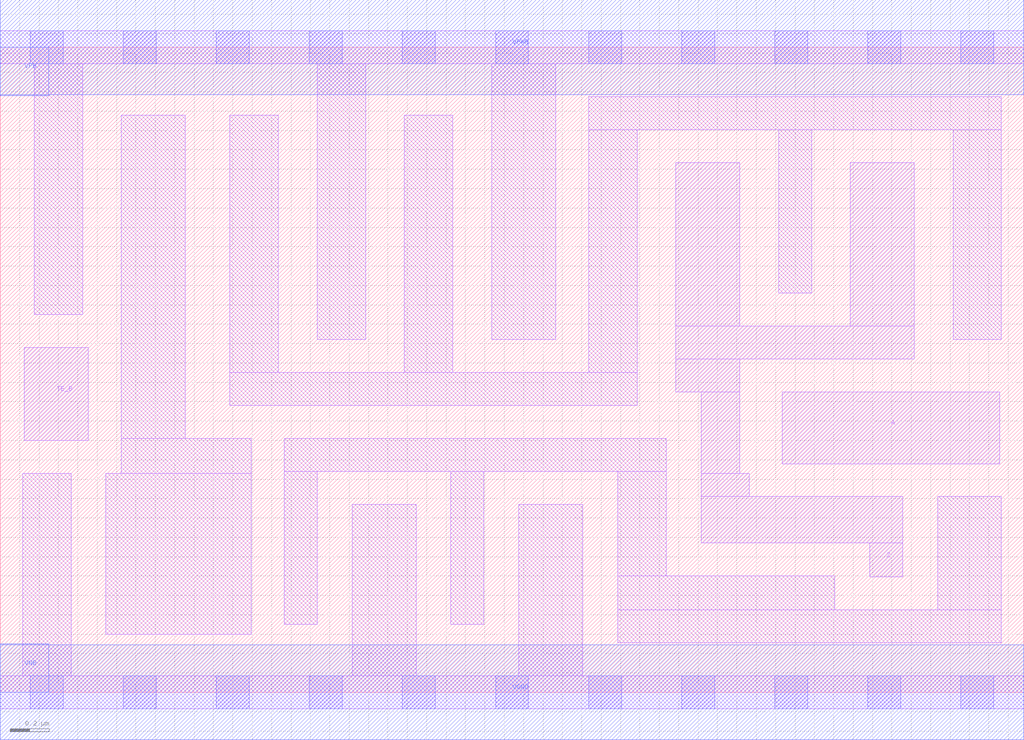
<source format=lef>
# Copyright 2020 The SkyWater PDK Authors
#
# Licensed under the Apache License, Version 2.0 (the "License");
# you may not use this file except in compliance with the License.
# You may obtain a copy of the License at
#
#     https://www.apache.org/licenses/LICENSE-2.0
#
# Unless required by applicable law or agreed to in writing, software
# distributed under the License is distributed on an "AS IS" BASIS,
# WITHOUT WARRANTIES OR CONDITIONS OF ANY KIND, either express or implied.
# See the License for the specific language governing permissions and
# limitations under the License.
#
# SPDX-License-Identifier: Apache-2.0

VERSION 5.5 ;
NAMESCASESENSITIVE ON ;
BUSBITCHARS "[]" ;
DIVIDERCHAR "/" ;
MACRO sky130_fd_sc_ms__einvn_4
  CLASS CORE ;
  SOURCE USER ;
  ORIGIN  0.000000  0.000000 ;
  SIZE  5.280000 BY  3.330000 ;
  SYMMETRY X Y ;
  SITE unit ;
  PIN A
    ANTENNAGATEAREA  1.116000 ;
    DIRECTION INPUT ;
    USE SIGNAL ;
    PORT
      LAYER li1 ;
        RECT 4.035000 1.180000 5.155000 1.550000 ;
    END
  END A
  PIN TE_B
    ANTENNAGATEAREA  0.951000 ;
    DIRECTION INPUT ;
    USE SIGNAL ;
    PORT
      LAYER li1 ;
        RECT 0.125000 1.300000 0.455000 1.780000 ;
    END
  END TE_B
  PIN Z
    ANTENNADIFFAREA  1.086400 ;
    DIRECTION OUTPUT ;
    USE SIGNAL ;
    PORT
      LAYER li1 ;
        RECT 3.485000 1.550000 3.815000 1.720000 ;
        RECT 3.485000 1.720000 4.715000 1.890000 ;
        RECT 3.485000 1.890000 3.815000 2.735000 ;
        RECT 3.615000 0.770000 4.655000 1.010000 ;
        RECT 3.615000 1.010000 3.865000 1.130000 ;
        RECT 3.615000 1.130000 3.815000 1.550000 ;
        RECT 4.385000 1.890000 4.715000 2.735000 ;
        RECT 4.485000 0.595000 4.655000 0.770000 ;
    END
  END Z
  PIN VGND
    DIRECTION INOUT ;
    USE GROUND ;
    PORT
      LAYER met1 ;
        RECT 0.000000 -0.245000 5.280000 0.245000 ;
    END
  END VGND
  PIN VNB
    DIRECTION INOUT ;
    USE GROUND ;
    PORT
    END
  END VNB
  PIN VPB
    DIRECTION INOUT ;
    USE POWER ;
    PORT
    END
  END VPB
  PIN VNB
    DIRECTION INOUT ;
    USE GROUND ;
    PORT
      LAYER met1 ;
        RECT 0.000000 0.000000 0.250000 0.250000 ;
    END
  END VNB
  PIN VPB
    DIRECTION INOUT ;
    USE POWER ;
    PORT
      LAYER met1 ;
        RECT 0.000000 3.080000 0.250000 3.330000 ;
    END
  END VPB
  PIN VPWR
    DIRECTION INOUT ;
    USE POWER ;
    PORT
      LAYER met1 ;
        RECT 0.000000 3.085000 5.280000 3.575000 ;
    END
  END VPWR
  OBS
    LAYER li1 ;
      RECT 0.000000 -0.085000 5.280000 0.085000 ;
      RECT 0.000000  3.245000 5.280000 3.415000 ;
      RECT 0.115000  0.085000 0.365000 1.130000 ;
      RECT 0.175000  1.950000 0.425000 3.245000 ;
      RECT 0.545000  0.300000 1.295000 1.130000 ;
      RECT 0.625000  1.130000 1.295000 1.310000 ;
      RECT 0.625000  1.310000 0.955000 2.980000 ;
      RECT 1.185000  1.480000 3.285000 1.650000 ;
      RECT 1.185000  1.650000 1.435000 2.980000 ;
      RECT 1.465000  0.350000 1.635000 1.140000 ;
      RECT 1.465000  1.140000 3.435000 1.310000 ;
      RECT 1.635000  1.820000 1.885000 3.245000 ;
      RECT 1.815000  0.085000 2.145000 0.970000 ;
      RECT 2.085000  1.650000 2.335000 2.980000 ;
      RECT 2.325000  0.350000 2.495000 1.140000 ;
      RECT 2.535000  1.820000 2.865000 3.245000 ;
      RECT 2.675000  0.085000 3.005000 0.970000 ;
      RECT 3.035000  1.650000 3.285000 2.905000 ;
      RECT 3.035000  2.905000 5.165000 3.075000 ;
      RECT 3.185000  0.255000 5.165000 0.425000 ;
      RECT 3.185000  0.425000 4.305000 0.600000 ;
      RECT 3.185000  0.600000 3.435000 1.140000 ;
      RECT 4.015000  2.060000 4.185000 2.905000 ;
      RECT 4.835000  0.425000 5.165000 1.010000 ;
      RECT 4.915000  1.820000 5.165000 2.905000 ;
    LAYER mcon ;
      RECT 0.155000 -0.085000 0.325000 0.085000 ;
      RECT 0.155000  3.245000 0.325000 3.415000 ;
      RECT 0.635000 -0.085000 0.805000 0.085000 ;
      RECT 0.635000  3.245000 0.805000 3.415000 ;
      RECT 1.115000 -0.085000 1.285000 0.085000 ;
      RECT 1.115000  3.245000 1.285000 3.415000 ;
      RECT 1.595000 -0.085000 1.765000 0.085000 ;
      RECT 1.595000  3.245000 1.765000 3.415000 ;
      RECT 2.075000 -0.085000 2.245000 0.085000 ;
      RECT 2.075000  3.245000 2.245000 3.415000 ;
      RECT 2.555000 -0.085000 2.725000 0.085000 ;
      RECT 2.555000  3.245000 2.725000 3.415000 ;
      RECT 3.035000 -0.085000 3.205000 0.085000 ;
      RECT 3.035000  3.245000 3.205000 3.415000 ;
      RECT 3.515000 -0.085000 3.685000 0.085000 ;
      RECT 3.515000  3.245000 3.685000 3.415000 ;
      RECT 3.995000 -0.085000 4.165000 0.085000 ;
      RECT 3.995000  3.245000 4.165000 3.415000 ;
      RECT 4.475000 -0.085000 4.645000 0.085000 ;
      RECT 4.475000  3.245000 4.645000 3.415000 ;
      RECT 4.955000 -0.085000 5.125000 0.085000 ;
      RECT 4.955000  3.245000 5.125000 3.415000 ;
  END
END sky130_fd_sc_ms__einvn_4
END LIBRARY

</source>
